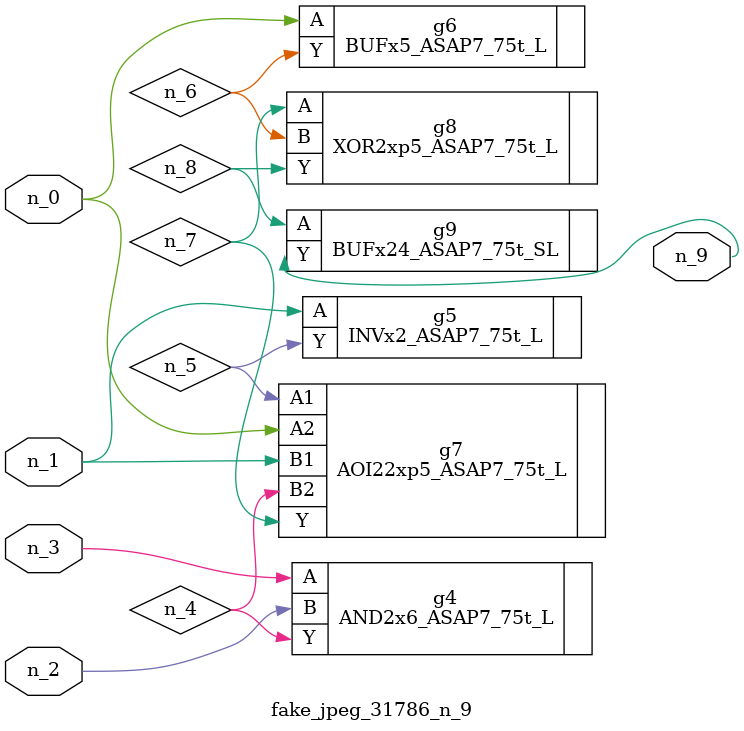
<source format=v>
module fake_jpeg_31786_n_9 (n_0, n_3, n_2, n_1, n_9);

input n_0;
input n_3;
input n_2;
input n_1;

output n_9;

wire n_4;
wire n_8;
wire n_6;
wire n_5;
wire n_7;

AND2x6_ASAP7_75t_L g4 ( 
.A(n_3),
.B(n_2),
.Y(n_4)
);

INVx2_ASAP7_75t_L g5 ( 
.A(n_1),
.Y(n_5)
);

BUFx5_ASAP7_75t_L g6 ( 
.A(n_0),
.Y(n_6)
);

AOI22xp5_ASAP7_75t_L g7 ( 
.A1(n_5),
.A2(n_0),
.B1(n_1),
.B2(n_4),
.Y(n_7)
);

XOR2xp5_ASAP7_75t_L g8 ( 
.A(n_7),
.B(n_6),
.Y(n_8)
);

BUFx24_ASAP7_75t_SL g9 ( 
.A(n_8),
.Y(n_9)
);


endmodule
</source>
